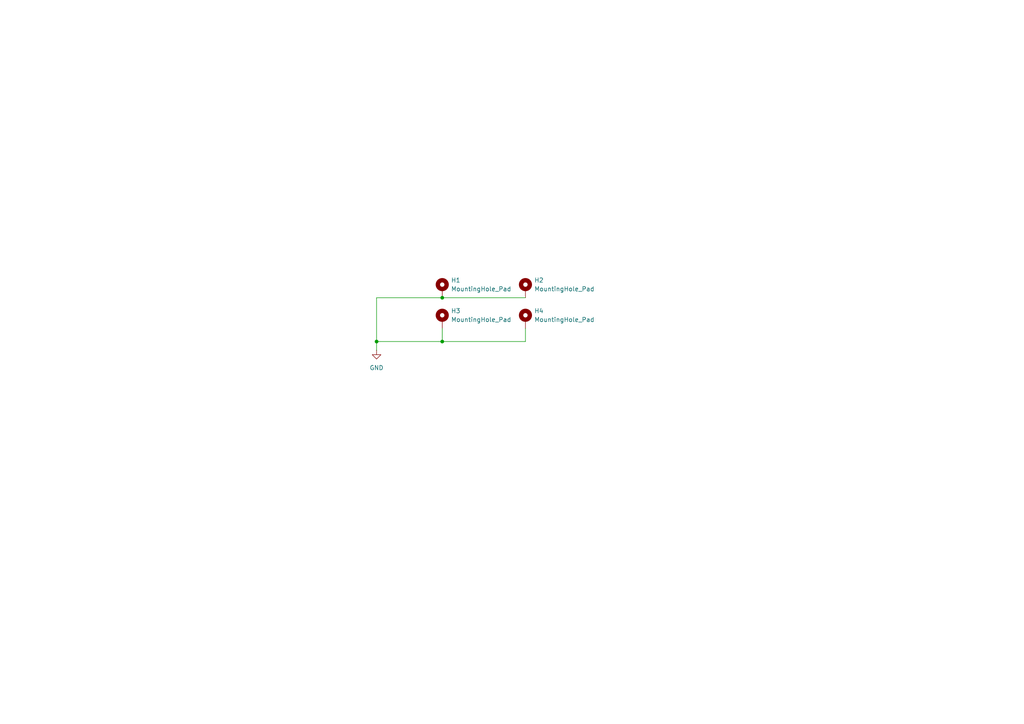
<source format=kicad_sch>
(kicad_sch (version 20250114) (generator "eeschema") (generator_version "9.0")
  (paper "A4")
  (title_block (title "${Project Designation}") (date "2024-06-30") (rev "${Revision}") (comment 1 "${Project Title}") (comment 2 "POWER") (comment 3 "${Part Number}"))
  (lib_symbols
    (symbol "Mechanical:MountingHole_Pad" (pin_numbers (hide yes)) (pin_names (offset 1.016) (hide yes)) (exclude_from_sim yes) (in_bom no)
      (property "Reference" "H" (at 0 6.35 0))
      (property "Value" "MountingHole_Pad" (at 0 4.445 0))
      (symbol "MountingHole_Pad_0_1"
        (circle (center 0 1.27) (radius 1.27) (stroke (width 1.27)))
      )
      (symbol "MountingHole_Pad_1_1"
        (pin input line (at 0 -2.54 90) (length 2.54) (name "1") (number "1"))
      )
    )
    (symbol "power:GND" (power) (pin_numbers (hide yes)) (pin_names (offset 0) (hide yes))
      (property "Value" "GND" (at 0 -3.81 0))
      (symbol "GND_0_1"
        (polyline (pts (xy 0 0) (xy 0 -1.27) (xy 1.27 -1.27) (xy 0 -2.54) (xy -1.27 -1.27) (xy 0 -1.27)))
      )
      (symbol "GND_1_1"
        (pin power_in line (at 0 0 270) (length 0) (name "~") (number "1"))
      )
    )
  )
  (junction (at 128.27 99.06))
  (junction (at 128.27 86.36))
  (junction (at 109.22 99.06))
  (wire (pts (xy 152.4 99.06) (xy 128.27 99.06)))
  (wire (pts (xy 152.4 95.25) (xy 152.4 99.06)))
  (wire (pts (xy 109.22 99.06) (xy 128.27 99.06)))
  (wire (pts (xy 152.4 86.36) (xy 128.27 86.36)))
  (wire (pts (xy 128.27 95.25) (xy 128.27 99.06)))
  (wire (pts (xy 109.22 86.36) (xy 109.22 99.06)))
  (wire (pts (xy 109.22 86.36) (xy 128.27 86.36)))
  (wire (pts (xy 109.22 99.06) (xy 109.22 101.6)))
  (symbol (lib_id "Mechanical:MountingHole_Pad") (at 152.4 83.82 0) (unit 1) (exclude_from_sim yes) (in_bom no)
    (property "Reference" "H2" (at 154.94 81.2799 0) (effects (justify left)))
    (property "Value" "MountingHole_Pad" (at 154.94 83.8199 0) (effects (justify left)))
    (property "Footprint" "MountingHole:MountingHole_2.2mm_M2_DIN965_Pad" (effects (hide yes)))
    (property "Description" "Mounting Hole with connection" (effects (hide yes)))
  )
  (symbol (lib_id "Mechanical:MountingHole_Pad") (at 128.27 92.71 0) (unit 1) (exclude_from_sim yes) (in_bom no)
    (property "Reference" "H3" (at 130.81 90.1699 0) (effects (justify left)))
    (property "Value" "MountingHole_Pad" (at 130.81 92.7099 0) (effects (justify left)))
    (property "Footprint" "MountingHole:MountingHole_2.2mm_M2_DIN965_Pad" (effects (hide yes)))
    (property "Description" "Mounting Hole with connection" (effects (hide yes)))
  )
  (symbol (lib_id "Mechanical:MountingHole_Pad") (at 152.4 92.71 0) (unit 1) (exclude_from_sim yes) (in_bom no)
    (property "Reference" "H4" (at 154.94 90.1699 0) (effects (justify left)))
    (property "Value" "MountingHole_Pad" (at 154.94 92.7099 0) (effects (justify left)))
    (property "Footprint" "MountingHole:MountingHole_2.2mm_M2_DIN965_Pad" (effects (hide yes)))
    (property "Description" "Mounting Hole with connection" (effects (hide yes)))
  )
  (symbol (lib_id "Mechanical:MountingHole_Pad") (at 128.27 83.82 0) (unit 1) (exclude_from_sim yes) (in_bom no)
    (property "Reference" "H1" (at 130.81 81.2799 0) (effects (justify left)))
    (property "Value" "MountingHole_Pad" (at 130.81 83.8199 0) (effects (justify left)))
    (property "Footprint" "MountingHole:MountingHole_2.2mm_M2_DIN965_Pad" (effects (hide yes)))
    (property "Description" "Mounting Hole with connection" (effects (hide yes)))
  )
  (symbol (lib_id "power:GND") (at 109.22 101.6 0) (unit 1)
    (property "Reference" "#PWR06" (effects (hide yes)))
    (property "Value" "GND" (at 109.22 106.68 0))
    (property "Description" "Power symbol creates a global label with name \"GND\" , ground" (effects (hide yes)))
  )
)
</source>
